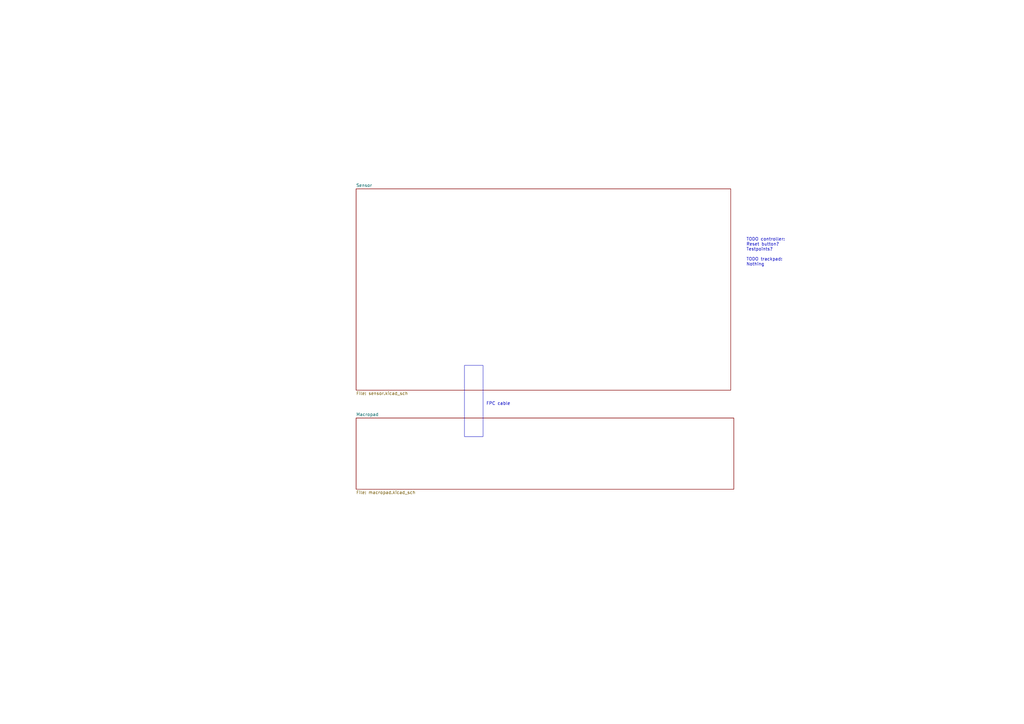
<source format=kicad_sch>
(kicad_sch
	(version 20250114)
	(generator "eeschema")
	(generator_version "9.0")
	(uuid "3796446b-0052-4d89-b512-07a2e9135d0d")
	(paper "A3")
	(title_block
		(title "Trackpad")
		(date "2023-12-08")
		(rev "1")
		(company "George Norton")
	)
	(lib_symbols)
	(rectangle
		(start 190.5 149.86)
		(end 198.12 179.07)
		(stroke
			(width 0)
			(type default)
		)
		(fill
			(type none)
		)
		(uuid 7214447c-3810-444c-ae01-f30c5c4de30c)
	)
	(text "TODO controller:\nReset button?\nTestpoints?\n\nTODO trackpad:\nNothing"
		(exclude_from_sim no)
		(at 306.07 109.22 0)
		(effects
			(font
				(size 1.27 1.27)
			)
			(justify left bottom)
		)
		(uuid "2b6807e9-b94d-4121-8156-458f66cca5fe")
	)
	(text "FPC cable"
		(exclude_from_sim no)
		(at 199.39 166.37 0)
		(effects
			(font
				(size 1.27 1.27)
			)
			(justify left bottom)
		)
		(uuid "9705f282-5225-402e-8a39-d142f05a20a5")
	)
	(sheet
		(at 146.05 77.47)
		(size 153.67 82.55)
		(exclude_from_sim no)
		(in_bom yes)
		(on_board yes)
		(dnp no)
		(fields_autoplaced yes)
		(stroke
			(width 0.1524)
			(type solid)
		)
		(fill
			(color 0 0 0 0.0000)
		)
		(uuid "2780c9a8-e5e0-42e8-93d7-9eb6f8aa439b")
		(property "Sheetname" "Sensor"
			(at 146.05 76.7584 0)
			(effects
				(font
					(size 1.27 1.27)
				)
				(justify left bottom)
			)
		)
		(property "Sheetfile" "sensor.kicad_sch"
			(at 146.05 160.6046 0)
			(effects
				(font
					(size 1.27 1.27)
				)
				(justify left top)
			)
		)
		(instances
			(project "trackpad"
				(path "/3796446b-0052-4d89-b512-07a2e9135d0d"
					(page "3")
				)
			)
		)
	)
	(sheet
		(at 146.05 171.45)
		(size 154.94 29.21)
		(exclude_from_sim no)
		(in_bom yes)
		(on_board yes)
		(dnp no)
		(fields_autoplaced yes)
		(stroke
			(width 0.1524)
			(type solid)
		)
		(fill
			(color 0 0 0 0.0000)
		)
		(uuid "efc97fde-28db-4fd6-89b1-84dafa779b4e")
		(property "Sheetname" "Macropad"
			(at 146.05 170.7384 0)
			(effects
				(font
					(size 1.27 1.27)
				)
				(justify left bottom)
			)
		)
		(property "Sheetfile" "macropad.kicad_sch"
			(at 146.05 201.2446 0)
			(effects
				(font
					(size 1.27 1.27)
				)
				(justify left top)
			)
		)
		(instances
			(project "trackpad"
				(path "/3796446b-0052-4d89-b512-07a2e9135d0d"
					(page "2")
				)
			)
		)
	)
	(sheet_instances
		(path "/"
			(page "1")
		)
	)
	(embedded_fonts no)
)

</source>
